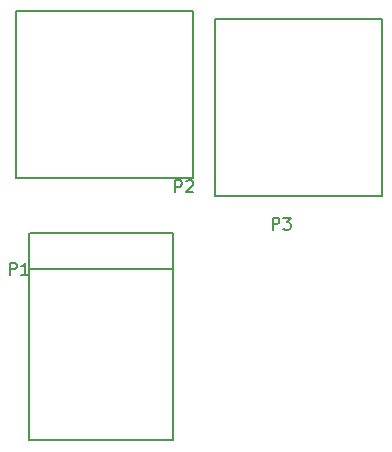
<source format=gto>
G04 #@! TF.FileFunction,Legend,Top*
%FSLAX46Y46*%
G04 Gerber Fmt 4.6, Leading zero omitted, Abs format (unit mm)*
G04 Created by KiCad (PCBNEW 4.0.1-stable) date Fri 01 Jan 2016 07:05:39 PM EST*
%MOMM*%
G01*
G04 APERTURE LIST*
%ADD10C,0.100000*%
%ADD11C,0.150000*%
G04 APERTURE END LIST*
D10*
D11*
X188340140Y-138305120D02*
X188340140Y-124208120D01*
X203326140Y-124208120D02*
X203326140Y-138305120D01*
X188340140Y-138305120D02*
X203326140Y-138305120D01*
X188340140Y-124208120D02*
X203326140Y-124208120D01*
X205229880Y-124840140D02*
X219326880Y-124840140D01*
X219326880Y-139826140D02*
X205229880Y-139826140D01*
X205229880Y-124840140D02*
X205229880Y-139826140D01*
X219326880Y-124840140D02*
X219326880Y-139826140D01*
X201605000Y-146054000D02*
X189555000Y-146054000D01*
X201676000Y-143002000D02*
X201676000Y-160528000D01*
X189484000Y-143002000D02*
X189484000Y-160528000D01*
X201605000Y-160532000D02*
X189555000Y-160532000D01*
X201605000Y-143002000D02*
X189555000Y-143002000D01*
X201826905Y-139517381D02*
X201826905Y-138517381D01*
X202207858Y-138517381D01*
X202303096Y-138565000D01*
X202350715Y-138612619D01*
X202398334Y-138707857D01*
X202398334Y-138850714D01*
X202350715Y-138945952D01*
X202303096Y-138993571D01*
X202207858Y-139041190D01*
X201826905Y-139041190D01*
X202779286Y-138612619D02*
X202826905Y-138565000D01*
X202922143Y-138517381D01*
X203160239Y-138517381D01*
X203255477Y-138565000D01*
X203303096Y-138612619D01*
X203350715Y-138707857D01*
X203350715Y-138803095D01*
X203303096Y-138945952D01*
X202731667Y-139517381D01*
X203350715Y-139517381D01*
X210081905Y-142692381D02*
X210081905Y-141692381D01*
X210462858Y-141692381D01*
X210558096Y-141740000D01*
X210605715Y-141787619D01*
X210653334Y-141882857D01*
X210653334Y-142025714D01*
X210605715Y-142120952D01*
X210558096Y-142168571D01*
X210462858Y-142216190D01*
X210081905Y-142216190D01*
X210986667Y-141692381D02*
X211605715Y-141692381D01*
X211272381Y-142073333D01*
X211415239Y-142073333D01*
X211510477Y-142120952D01*
X211558096Y-142168571D01*
X211605715Y-142263810D01*
X211605715Y-142501905D01*
X211558096Y-142597143D01*
X211510477Y-142644762D01*
X211415239Y-142692381D01*
X211129524Y-142692381D01*
X211034286Y-142644762D01*
X210986667Y-142597143D01*
X187856905Y-146502381D02*
X187856905Y-145502381D01*
X188237858Y-145502381D01*
X188333096Y-145550000D01*
X188380715Y-145597619D01*
X188428334Y-145692857D01*
X188428334Y-145835714D01*
X188380715Y-145930952D01*
X188333096Y-145978571D01*
X188237858Y-146026190D01*
X187856905Y-146026190D01*
X189380715Y-146502381D02*
X188809286Y-146502381D01*
X189095000Y-146502381D02*
X189095000Y-145502381D01*
X188999762Y-145645238D01*
X188904524Y-145740476D01*
X188809286Y-145788095D01*
M02*

</source>
